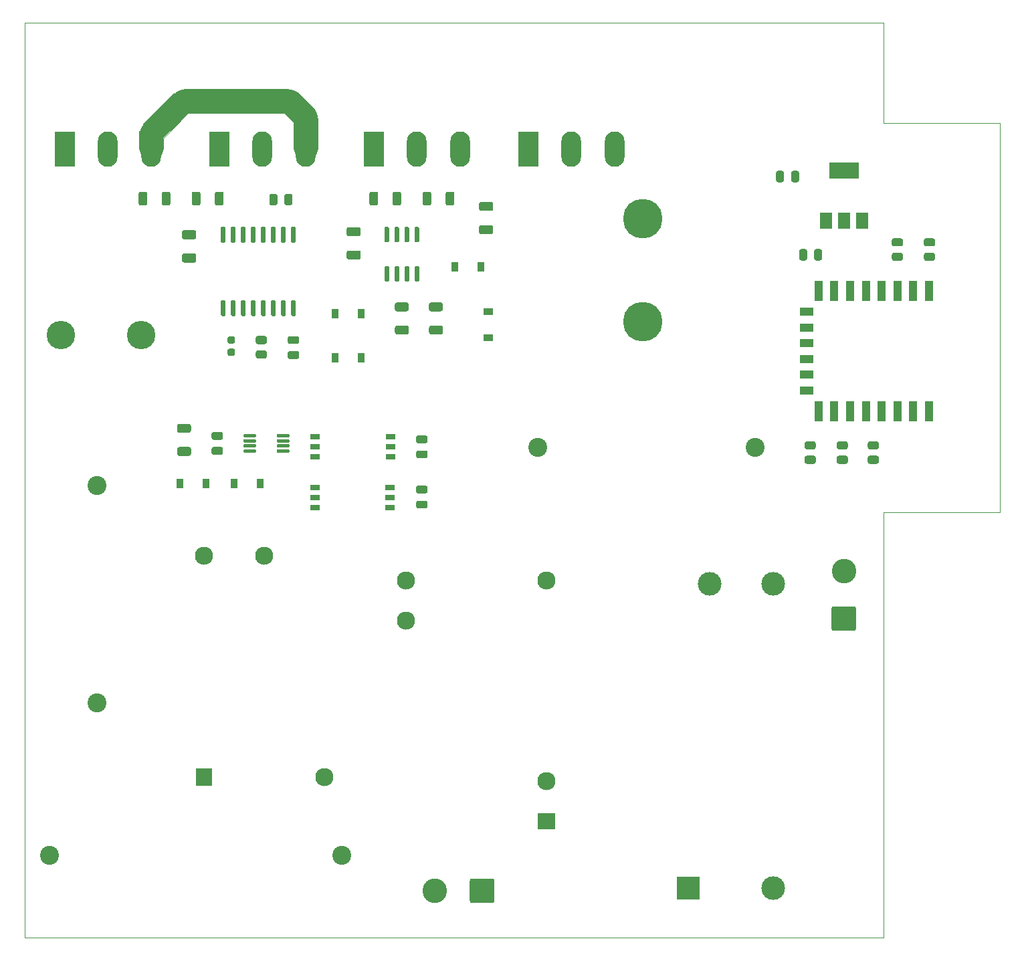
<source format=gbr>
%TF.GenerationSoftware,KiCad,Pcbnew,(5.1.7)-1*%
%TF.CreationDate,2020-12-23T12:42:28-08:00*%
%TF.ProjectId,Sine_Dimmer,53696e65-5f44-4696-9d6d-65722e6b6963,1.0*%
%TF.SameCoordinates,PX544c140PY8fe2f60*%
%TF.FileFunction,Soldermask,Top*%
%TF.FilePolarity,Negative*%
%FSLAX46Y46*%
G04 Gerber Fmt 4.6, Leading zero omitted, Abs format (unit mm)*
G04 Created by KiCad (PCBNEW (5.1.7)-1) date 2020-12-23 12:42:28*
%MOMM*%
%LPD*%
G01*
G04 APERTURE LIST*
%ADD10C,0.100000*%
%ADD11C,3.000000*%
%TA.AperFunction,Profile*%
%ADD12C,0.050000*%
%TD*%
%ADD13R,0.900000X1.200000*%
%ADD14R,1.200000X0.900000*%
%ADD15R,1.500000X2.000000*%
%ADD16R,3.800000X2.000000*%
%ADD17R,1.000000X2.500000*%
%ADD18R,1.800000X1.000000*%
%ADD19R,1.300000X0.800000*%
%ADD20O,2.500000X4.500000*%
%ADD21R,2.500000X4.500000*%
%ADD22C,2.300000*%
%ADD23R,2.300000X2.000000*%
%ADD24R,3.000000X3.000000*%
%ADD25C,3.000000*%
%ADD26R,2.000000X2.300000*%
%ADD27C,5.000000*%
%ADD28C,3.600000*%
%ADD29C,3.100000*%
%ADD30C,2.400000*%
G04 APERTURE END LIST*
D10*
G36*
X37084000Y99822000D02*
G01*
X34036000Y99822000D01*
X34036000Y103251000D01*
X37084000Y103759000D01*
X37084000Y99822000D01*
G37*
X37084000Y99822000D02*
X34036000Y99822000D01*
X34036000Y103251000D01*
X37084000Y103759000D01*
X37084000Y99822000D01*
G36*
X36703000Y104902000D02*
G01*
X34036000Y103251000D01*
X32893000Y104394000D01*
X34544000Y107061000D01*
X36703000Y104902000D01*
G37*
X36703000Y104902000D02*
X34036000Y103251000D01*
X32893000Y104394000D01*
X34544000Y107061000D01*
X36703000Y104902000D01*
G36*
X32893000Y104394000D02*
G01*
X20701000Y104394000D01*
X20193000Y107442000D01*
X33401000Y107442000D01*
X32893000Y104394000D01*
G37*
X32893000Y104394000D02*
X20701000Y104394000D01*
X20193000Y107442000D01*
X33401000Y107442000D01*
X32893000Y104394000D01*
G36*
X20701000Y104394000D02*
G01*
X17526000Y101219000D01*
X14986000Y102997000D01*
X18923000Y106934000D01*
X20701000Y104394000D01*
G37*
X20701000Y104394000D02*
X17526000Y101219000D01*
X14986000Y102997000D01*
X18923000Y106934000D01*
X20701000Y104394000D01*
G36*
X17526000Y101219000D02*
G01*
X17526000Y99822000D01*
X14478000Y99822000D01*
X14478000Y102108000D01*
X17526000Y101219000D01*
G37*
X17526000Y101219000D02*
X17526000Y99822000D01*
X14478000Y99822000D01*
X14478000Y102108000D01*
X17526000Y101219000D01*
D11*
X35560000Y99822000D02*
G75*
G03*
X35560000Y99822000I0J0D01*
G01*
X35560000Y103886000D02*
G75*
G03*
X35560000Y103886000I0J0D01*
G01*
X33528000Y105918000D02*
G75*
G03*
X33528000Y105918000I0J0D01*
G01*
X20066000Y105918000D02*
G75*
G03*
X20066000Y105918000I0J0D01*
G01*
X16002000Y101854000D02*
G75*
G03*
X16002000Y101854000I0J0D01*
G01*
X16002000Y99822000D02*
G75*
G03*
X16002000Y99822000I0J0D01*
G01*
D12*
X0Y0D02*
X0Y115824000D01*
X108712000Y0D02*
X0Y0D01*
X108712000Y53848000D02*
X108712000Y0D01*
X108712000Y115824000D02*
X108712000Y103124000D01*
X0Y115824000D02*
X108712000Y115824000D01*
X123444000Y53848000D02*
X108712000Y53848000D01*
X123444000Y103124000D02*
X123444000Y53848000D01*
X108712000Y103124000D02*
X123444000Y103124000D01*
D13*
%TO.C,D6*%
X39276000Y73406000D03*
X42576000Y73406000D03*
%TD*%
D14*
%TO.C,D5*%
X58674000Y75979000D03*
X58674000Y79279000D03*
%TD*%
D13*
%TO.C,D4*%
X57752000Y84963000D03*
X54452000Y84963000D03*
%TD*%
%TO.C,D3*%
X39276000Y78994000D03*
X42576000Y78994000D03*
%TD*%
D15*
%TO.C,VR1*%
X101459000Y90830000D03*
X106059000Y90830000D03*
X103759000Y90830000D03*
D16*
X103759000Y97130000D03*
%TD*%
D17*
%TO.C,U6*%
X114498000Y66695000D03*
X112498000Y66695000D03*
X110498000Y66695000D03*
X108498000Y66695000D03*
X106498000Y66695000D03*
X104498000Y66695000D03*
X102498000Y66695000D03*
X100498000Y66695000D03*
D18*
X98998000Y69295000D03*
X98998000Y71295000D03*
X98998000Y73295000D03*
X98998000Y75295000D03*
X98998000Y77295000D03*
X98998000Y79295000D03*
D17*
X100498000Y81895000D03*
X102498000Y81895000D03*
X104498000Y81895000D03*
X106498000Y81895000D03*
X108498000Y81895000D03*
X110498000Y81895000D03*
X112498000Y81895000D03*
X114498000Y81895000D03*
%TD*%
%TO.C,U5*%
G36*
G01*
X25296000Y88002000D02*
X24996000Y88002000D01*
G75*
G02*
X24846000Y88152000I0J150000D01*
G01*
X24846000Y89902000D01*
G75*
G02*
X24996000Y90052000I150000J0D01*
G01*
X25296000Y90052000D01*
G75*
G02*
X25446000Y89902000I0J-150000D01*
G01*
X25446000Y88152000D01*
G75*
G02*
X25296000Y88002000I-150000J0D01*
G01*
G37*
G36*
G01*
X26566000Y88002000D02*
X26266000Y88002000D01*
G75*
G02*
X26116000Y88152000I0J150000D01*
G01*
X26116000Y89902000D01*
G75*
G02*
X26266000Y90052000I150000J0D01*
G01*
X26566000Y90052000D01*
G75*
G02*
X26716000Y89902000I0J-150000D01*
G01*
X26716000Y88152000D01*
G75*
G02*
X26566000Y88002000I-150000J0D01*
G01*
G37*
G36*
G01*
X27836000Y88002000D02*
X27536000Y88002000D01*
G75*
G02*
X27386000Y88152000I0J150000D01*
G01*
X27386000Y89902000D01*
G75*
G02*
X27536000Y90052000I150000J0D01*
G01*
X27836000Y90052000D01*
G75*
G02*
X27986000Y89902000I0J-150000D01*
G01*
X27986000Y88152000D01*
G75*
G02*
X27836000Y88002000I-150000J0D01*
G01*
G37*
G36*
G01*
X29106000Y88002000D02*
X28806000Y88002000D01*
G75*
G02*
X28656000Y88152000I0J150000D01*
G01*
X28656000Y89902000D01*
G75*
G02*
X28806000Y90052000I150000J0D01*
G01*
X29106000Y90052000D01*
G75*
G02*
X29256000Y89902000I0J-150000D01*
G01*
X29256000Y88152000D01*
G75*
G02*
X29106000Y88002000I-150000J0D01*
G01*
G37*
G36*
G01*
X30376000Y88002000D02*
X30076000Y88002000D01*
G75*
G02*
X29926000Y88152000I0J150000D01*
G01*
X29926000Y89902000D01*
G75*
G02*
X30076000Y90052000I150000J0D01*
G01*
X30376000Y90052000D01*
G75*
G02*
X30526000Y89902000I0J-150000D01*
G01*
X30526000Y88152000D01*
G75*
G02*
X30376000Y88002000I-150000J0D01*
G01*
G37*
G36*
G01*
X31646000Y88002000D02*
X31346000Y88002000D01*
G75*
G02*
X31196000Y88152000I0J150000D01*
G01*
X31196000Y89902000D01*
G75*
G02*
X31346000Y90052000I150000J0D01*
G01*
X31646000Y90052000D01*
G75*
G02*
X31796000Y89902000I0J-150000D01*
G01*
X31796000Y88152000D01*
G75*
G02*
X31646000Y88002000I-150000J0D01*
G01*
G37*
G36*
G01*
X32916000Y88002000D02*
X32616000Y88002000D01*
G75*
G02*
X32466000Y88152000I0J150000D01*
G01*
X32466000Y89902000D01*
G75*
G02*
X32616000Y90052000I150000J0D01*
G01*
X32916000Y90052000D01*
G75*
G02*
X33066000Y89902000I0J-150000D01*
G01*
X33066000Y88152000D01*
G75*
G02*
X32916000Y88002000I-150000J0D01*
G01*
G37*
G36*
G01*
X34186000Y88002000D02*
X33886000Y88002000D01*
G75*
G02*
X33736000Y88152000I0J150000D01*
G01*
X33736000Y89902000D01*
G75*
G02*
X33886000Y90052000I150000J0D01*
G01*
X34186000Y90052000D01*
G75*
G02*
X34336000Y89902000I0J-150000D01*
G01*
X34336000Y88152000D01*
G75*
G02*
X34186000Y88002000I-150000J0D01*
G01*
G37*
G36*
G01*
X34186000Y78702000D02*
X33886000Y78702000D01*
G75*
G02*
X33736000Y78852000I0J150000D01*
G01*
X33736000Y80602000D01*
G75*
G02*
X33886000Y80752000I150000J0D01*
G01*
X34186000Y80752000D01*
G75*
G02*
X34336000Y80602000I0J-150000D01*
G01*
X34336000Y78852000D01*
G75*
G02*
X34186000Y78702000I-150000J0D01*
G01*
G37*
G36*
G01*
X32916000Y78702000D02*
X32616000Y78702000D01*
G75*
G02*
X32466000Y78852000I0J150000D01*
G01*
X32466000Y80602000D01*
G75*
G02*
X32616000Y80752000I150000J0D01*
G01*
X32916000Y80752000D01*
G75*
G02*
X33066000Y80602000I0J-150000D01*
G01*
X33066000Y78852000D01*
G75*
G02*
X32916000Y78702000I-150000J0D01*
G01*
G37*
G36*
G01*
X31646000Y78702000D02*
X31346000Y78702000D01*
G75*
G02*
X31196000Y78852000I0J150000D01*
G01*
X31196000Y80602000D01*
G75*
G02*
X31346000Y80752000I150000J0D01*
G01*
X31646000Y80752000D01*
G75*
G02*
X31796000Y80602000I0J-150000D01*
G01*
X31796000Y78852000D01*
G75*
G02*
X31646000Y78702000I-150000J0D01*
G01*
G37*
G36*
G01*
X30376000Y78702000D02*
X30076000Y78702000D01*
G75*
G02*
X29926000Y78852000I0J150000D01*
G01*
X29926000Y80602000D01*
G75*
G02*
X30076000Y80752000I150000J0D01*
G01*
X30376000Y80752000D01*
G75*
G02*
X30526000Y80602000I0J-150000D01*
G01*
X30526000Y78852000D01*
G75*
G02*
X30376000Y78702000I-150000J0D01*
G01*
G37*
G36*
G01*
X29106000Y78702000D02*
X28806000Y78702000D01*
G75*
G02*
X28656000Y78852000I0J150000D01*
G01*
X28656000Y80602000D01*
G75*
G02*
X28806000Y80752000I150000J0D01*
G01*
X29106000Y80752000D01*
G75*
G02*
X29256000Y80602000I0J-150000D01*
G01*
X29256000Y78852000D01*
G75*
G02*
X29106000Y78702000I-150000J0D01*
G01*
G37*
G36*
G01*
X27836000Y78702000D02*
X27536000Y78702000D01*
G75*
G02*
X27386000Y78852000I0J150000D01*
G01*
X27386000Y80602000D01*
G75*
G02*
X27536000Y80752000I150000J0D01*
G01*
X27836000Y80752000D01*
G75*
G02*
X27986000Y80602000I0J-150000D01*
G01*
X27986000Y78852000D01*
G75*
G02*
X27836000Y78702000I-150000J0D01*
G01*
G37*
G36*
G01*
X26566000Y78702000D02*
X26266000Y78702000D01*
G75*
G02*
X26116000Y78852000I0J150000D01*
G01*
X26116000Y80602000D01*
G75*
G02*
X26266000Y80752000I150000J0D01*
G01*
X26566000Y80752000D01*
G75*
G02*
X26716000Y80602000I0J-150000D01*
G01*
X26716000Y78852000D01*
G75*
G02*
X26566000Y78702000I-150000J0D01*
G01*
G37*
G36*
G01*
X25296000Y78702000D02*
X24996000Y78702000D01*
G75*
G02*
X24846000Y78852000I0J150000D01*
G01*
X24846000Y80602000D01*
G75*
G02*
X24996000Y80752000I150000J0D01*
G01*
X25296000Y80752000D01*
G75*
G02*
X25446000Y80602000I0J-150000D01*
G01*
X25446000Y78852000D01*
G75*
G02*
X25296000Y78702000I-150000J0D01*
G01*
G37*
%TD*%
%TO.C,U4*%
G36*
G01*
X45997000Y88052000D02*
X45697000Y88052000D01*
G75*
G02*
X45547000Y88202000I0J150000D01*
G01*
X45547000Y89852000D01*
G75*
G02*
X45697000Y90002000I150000J0D01*
G01*
X45997000Y90002000D01*
G75*
G02*
X46147000Y89852000I0J-150000D01*
G01*
X46147000Y88202000D01*
G75*
G02*
X45997000Y88052000I-150000J0D01*
G01*
G37*
G36*
G01*
X47267000Y88052000D02*
X46967000Y88052000D01*
G75*
G02*
X46817000Y88202000I0J150000D01*
G01*
X46817000Y89852000D01*
G75*
G02*
X46967000Y90002000I150000J0D01*
G01*
X47267000Y90002000D01*
G75*
G02*
X47417000Y89852000I0J-150000D01*
G01*
X47417000Y88202000D01*
G75*
G02*
X47267000Y88052000I-150000J0D01*
G01*
G37*
G36*
G01*
X48537000Y88052000D02*
X48237000Y88052000D01*
G75*
G02*
X48087000Y88202000I0J150000D01*
G01*
X48087000Y89852000D01*
G75*
G02*
X48237000Y90002000I150000J0D01*
G01*
X48537000Y90002000D01*
G75*
G02*
X48687000Y89852000I0J-150000D01*
G01*
X48687000Y88202000D01*
G75*
G02*
X48537000Y88052000I-150000J0D01*
G01*
G37*
G36*
G01*
X49807000Y88052000D02*
X49507000Y88052000D01*
G75*
G02*
X49357000Y88202000I0J150000D01*
G01*
X49357000Y89852000D01*
G75*
G02*
X49507000Y90002000I150000J0D01*
G01*
X49807000Y90002000D01*
G75*
G02*
X49957000Y89852000I0J-150000D01*
G01*
X49957000Y88202000D01*
G75*
G02*
X49807000Y88052000I-150000J0D01*
G01*
G37*
G36*
G01*
X49807000Y83102000D02*
X49507000Y83102000D01*
G75*
G02*
X49357000Y83252000I0J150000D01*
G01*
X49357000Y84902000D01*
G75*
G02*
X49507000Y85052000I150000J0D01*
G01*
X49807000Y85052000D01*
G75*
G02*
X49957000Y84902000I0J-150000D01*
G01*
X49957000Y83252000D01*
G75*
G02*
X49807000Y83102000I-150000J0D01*
G01*
G37*
G36*
G01*
X48537000Y83102000D02*
X48237000Y83102000D01*
G75*
G02*
X48087000Y83252000I0J150000D01*
G01*
X48087000Y84902000D01*
G75*
G02*
X48237000Y85052000I150000J0D01*
G01*
X48537000Y85052000D01*
G75*
G02*
X48687000Y84902000I0J-150000D01*
G01*
X48687000Y83252000D01*
G75*
G02*
X48537000Y83102000I-150000J0D01*
G01*
G37*
G36*
G01*
X47267000Y83102000D02*
X46967000Y83102000D01*
G75*
G02*
X46817000Y83252000I0J150000D01*
G01*
X46817000Y84902000D01*
G75*
G02*
X46967000Y85052000I150000J0D01*
G01*
X47267000Y85052000D01*
G75*
G02*
X47417000Y84902000I0J-150000D01*
G01*
X47417000Y83252000D01*
G75*
G02*
X47267000Y83102000I-150000J0D01*
G01*
G37*
G36*
G01*
X45997000Y83102000D02*
X45697000Y83102000D01*
G75*
G02*
X45547000Y83252000I0J150000D01*
G01*
X45547000Y84902000D01*
G75*
G02*
X45697000Y85052000I150000J0D01*
G01*
X45997000Y85052000D01*
G75*
G02*
X46147000Y84902000I0J-150000D01*
G01*
X46147000Y83252000D01*
G75*
G02*
X45997000Y83102000I-150000J0D01*
G01*
G37*
%TD*%
D19*
%TO.C,U3*%
X46279000Y57023000D03*
X46279000Y55753000D03*
X46279000Y54483000D03*
X36779000Y54483000D03*
X36779000Y55753000D03*
X36779000Y57023000D03*
%TD*%
%TO.C,U2*%
X46305000Y63416000D03*
X46305000Y62146000D03*
X46305000Y60876000D03*
X36805000Y60876000D03*
X36805000Y62146000D03*
X36805000Y63416000D03*
%TD*%
%TO.C,U1*%
G36*
G01*
X31907000Y63486000D02*
X31907000Y63686000D01*
G75*
G02*
X32007000Y63786000I100000J0D01*
G01*
X33432000Y63786000D01*
G75*
G02*
X33532000Y63686000I0J-100000D01*
G01*
X33532000Y63486000D01*
G75*
G02*
X33432000Y63386000I-100000J0D01*
G01*
X32007000Y63386000D01*
G75*
G02*
X31907000Y63486000I0J100000D01*
G01*
G37*
G36*
G01*
X31907000Y62836000D02*
X31907000Y63036000D01*
G75*
G02*
X32007000Y63136000I100000J0D01*
G01*
X33432000Y63136000D01*
G75*
G02*
X33532000Y63036000I0J-100000D01*
G01*
X33532000Y62836000D01*
G75*
G02*
X33432000Y62736000I-100000J0D01*
G01*
X32007000Y62736000D01*
G75*
G02*
X31907000Y62836000I0J100000D01*
G01*
G37*
G36*
G01*
X31907000Y62186000D02*
X31907000Y62386000D01*
G75*
G02*
X32007000Y62486000I100000J0D01*
G01*
X33432000Y62486000D01*
G75*
G02*
X33532000Y62386000I0J-100000D01*
G01*
X33532000Y62186000D01*
G75*
G02*
X33432000Y62086000I-100000J0D01*
G01*
X32007000Y62086000D01*
G75*
G02*
X31907000Y62186000I0J100000D01*
G01*
G37*
G36*
G01*
X31907000Y61536000D02*
X31907000Y61736000D01*
G75*
G02*
X32007000Y61836000I100000J0D01*
G01*
X33432000Y61836000D01*
G75*
G02*
X33532000Y61736000I0J-100000D01*
G01*
X33532000Y61536000D01*
G75*
G02*
X33432000Y61436000I-100000J0D01*
G01*
X32007000Y61436000D01*
G75*
G02*
X31907000Y61536000I0J100000D01*
G01*
G37*
G36*
G01*
X27682000Y61536000D02*
X27682000Y61736000D01*
G75*
G02*
X27782000Y61836000I100000J0D01*
G01*
X29207000Y61836000D01*
G75*
G02*
X29307000Y61736000I0J-100000D01*
G01*
X29307000Y61536000D01*
G75*
G02*
X29207000Y61436000I-100000J0D01*
G01*
X27782000Y61436000D01*
G75*
G02*
X27682000Y61536000I0J100000D01*
G01*
G37*
G36*
G01*
X27682000Y62186000D02*
X27682000Y62386000D01*
G75*
G02*
X27782000Y62486000I100000J0D01*
G01*
X29207000Y62486000D01*
G75*
G02*
X29307000Y62386000I0J-100000D01*
G01*
X29307000Y62186000D01*
G75*
G02*
X29207000Y62086000I-100000J0D01*
G01*
X27782000Y62086000D01*
G75*
G02*
X27682000Y62186000I0J100000D01*
G01*
G37*
G36*
G01*
X27682000Y62836000D02*
X27682000Y63036000D01*
G75*
G02*
X27782000Y63136000I100000J0D01*
G01*
X29207000Y63136000D01*
G75*
G02*
X29307000Y63036000I0J-100000D01*
G01*
X29307000Y62836000D01*
G75*
G02*
X29207000Y62736000I-100000J0D01*
G01*
X27782000Y62736000D01*
G75*
G02*
X27682000Y62836000I0J100000D01*
G01*
G37*
G36*
G01*
X27682000Y63486000D02*
X27682000Y63686000D01*
G75*
G02*
X27782000Y63786000I100000J0D01*
G01*
X29207000Y63786000D01*
G75*
G02*
X29307000Y63686000I0J-100000D01*
G01*
X29307000Y63486000D01*
G75*
G02*
X29207000Y63386000I-100000J0D01*
G01*
X27782000Y63386000D01*
G75*
G02*
X27682000Y63486000I0J100000D01*
G01*
G37*
%TD*%
%TO.C,R13*%
G36*
G01*
X99891001Y61844500D02*
X98990999Y61844500D01*
G75*
G02*
X98741000Y62094499I0J249999D01*
G01*
X98741000Y62619501D01*
G75*
G02*
X98990999Y62869500I249999J0D01*
G01*
X99891001Y62869500D01*
G75*
G02*
X100141000Y62619501I0J-249999D01*
G01*
X100141000Y62094499D01*
G75*
G02*
X99891001Y61844500I-249999J0D01*
G01*
G37*
G36*
G01*
X99891001Y60019500D02*
X98990999Y60019500D01*
G75*
G02*
X98741000Y60269499I0J249999D01*
G01*
X98741000Y60794501D01*
G75*
G02*
X98990999Y61044500I249999J0D01*
G01*
X99891001Y61044500D01*
G75*
G02*
X100141000Y60794501I0J-249999D01*
G01*
X100141000Y60269499D01*
G75*
G02*
X99891001Y60019500I-249999J0D01*
G01*
G37*
%TD*%
%TO.C,R12*%
G36*
G01*
X103955001Y61844500D02*
X103054999Y61844500D01*
G75*
G02*
X102805000Y62094499I0J249999D01*
G01*
X102805000Y62619501D01*
G75*
G02*
X103054999Y62869500I249999J0D01*
G01*
X103955001Y62869500D01*
G75*
G02*
X104205000Y62619501I0J-249999D01*
G01*
X104205000Y62094499D01*
G75*
G02*
X103955001Y61844500I-249999J0D01*
G01*
G37*
G36*
G01*
X103955001Y60019500D02*
X103054999Y60019500D01*
G75*
G02*
X102805000Y60269499I0J249999D01*
G01*
X102805000Y60794501D01*
G75*
G02*
X103054999Y61044500I249999J0D01*
G01*
X103955001Y61044500D01*
G75*
G02*
X104205000Y60794501I0J-249999D01*
G01*
X104205000Y60269499D01*
G75*
G02*
X103955001Y60019500I-249999J0D01*
G01*
G37*
%TD*%
%TO.C,R11*%
G36*
G01*
X107892001Y61844500D02*
X106991999Y61844500D01*
G75*
G02*
X106742000Y62094499I0J249999D01*
G01*
X106742000Y62619501D01*
G75*
G02*
X106991999Y62869500I249999J0D01*
G01*
X107892001Y62869500D01*
G75*
G02*
X108142000Y62619501I0J-249999D01*
G01*
X108142000Y62094499D01*
G75*
G02*
X107892001Y61844500I-249999J0D01*
G01*
G37*
G36*
G01*
X107892001Y60019500D02*
X106991999Y60019500D01*
G75*
G02*
X106742000Y60269499I0J249999D01*
G01*
X106742000Y60794501D01*
G75*
G02*
X106991999Y61044500I249999J0D01*
G01*
X107892001Y61044500D01*
G75*
G02*
X108142000Y60794501I0J-249999D01*
G01*
X108142000Y60269499D01*
G75*
G02*
X107892001Y60019500I-249999J0D01*
G01*
G37*
%TD*%
%TO.C,R10*%
G36*
G01*
X110940001Y87545500D02*
X110039999Y87545500D01*
G75*
G02*
X109790000Y87795499I0J249999D01*
G01*
X109790000Y88320501D01*
G75*
G02*
X110039999Y88570500I249999J0D01*
G01*
X110940001Y88570500D01*
G75*
G02*
X111190000Y88320501I0J-249999D01*
G01*
X111190000Y87795499D01*
G75*
G02*
X110940001Y87545500I-249999J0D01*
G01*
G37*
G36*
G01*
X110940001Y85720500D02*
X110039999Y85720500D01*
G75*
G02*
X109790000Y85970499I0J249999D01*
G01*
X109790000Y86495501D01*
G75*
G02*
X110039999Y86745500I249999J0D01*
G01*
X110940001Y86745500D01*
G75*
G02*
X111190000Y86495501I0J-249999D01*
G01*
X111190000Y85970499D01*
G75*
G02*
X110940001Y85720500I-249999J0D01*
G01*
G37*
%TD*%
%TO.C,R9*%
G36*
G01*
X115004001Y87545500D02*
X114103999Y87545500D01*
G75*
G02*
X113854000Y87795499I0J249999D01*
G01*
X113854000Y88320501D01*
G75*
G02*
X114103999Y88570500I249999J0D01*
G01*
X115004001Y88570500D01*
G75*
G02*
X115254000Y88320501I0J-249999D01*
G01*
X115254000Y87795499D01*
G75*
G02*
X115004001Y87545500I-249999J0D01*
G01*
G37*
G36*
G01*
X115004001Y85720500D02*
X114103999Y85720500D01*
G75*
G02*
X113854000Y85970499I0J249999D01*
G01*
X113854000Y86495501D01*
G75*
G02*
X114103999Y86745500I249999J0D01*
G01*
X115004001Y86745500D01*
G75*
G02*
X115254000Y86495501I0J-249999D01*
G01*
X115254000Y85970499D01*
G75*
G02*
X115004001Y85720500I-249999J0D01*
G01*
G37*
%TD*%
%TO.C,R8*%
G36*
G01*
X51489500Y94224001D02*
X51489500Y92973999D01*
G75*
G02*
X51239501Y92724000I-249999J0D01*
G01*
X50614499Y92724000D01*
G75*
G02*
X50364500Y92973999I0J249999D01*
G01*
X50364500Y94224001D01*
G75*
G02*
X50614499Y94474000I249999J0D01*
G01*
X51239501Y94474000D01*
G75*
G02*
X51489500Y94224001I0J-249999D01*
G01*
G37*
G36*
G01*
X54414500Y94224001D02*
X54414500Y92973999D01*
G75*
G02*
X54164501Y92724000I-249999J0D01*
G01*
X53539499Y92724000D01*
G75*
G02*
X53289500Y92973999I0J249999D01*
G01*
X53289500Y94224001D01*
G75*
G02*
X53539499Y94474000I249999J0D01*
G01*
X54164501Y94474000D01*
G75*
G02*
X54414500Y94224001I0J-249999D01*
G01*
G37*
%TD*%
%TO.C,R7*%
G36*
G01*
X46558500Y92973999D02*
X46558500Y94224001D01*
G75*
G02*
X46808499Y94474000I249999J0D01*
G01*
X47433501Y94474000D01*
G75*
G02*
X47683500Y94224001I0J-249999D01*
G01*
X47683500Y92973999D01*
G75*
G02*
X47433501Y92724000I-249999J0D01*
G01*
X46808499Y92724000D01*
G75*
G02*
X46558500Y92973999I0J249999D01*
G01*
G37*
G36*
G01*
X43633500Y92973999D02*
X43633500Y94224001D01*
G75*
G02*
X43883499Y94474000I249999J0D01*
G01*
X44508501Y94474000D01*
G75*
G02*
X44758500Y94224001I0J-249999D01*
G01*
X44758500Y92973999D01*
G75*
G02*
X44508501Y92724000I-249999J0D01*
G01*
X43883499Y92724000D01*
G75*
G02*
X43633500Y92973999I0J249999D01*
G01*
G37*
%TD*%
%TO.C,R6*%
G36*
G01*
X22275500Y94224001D02*
X22275500Y92973999D01*
G75*
G02*
X22025501Y92724000I-249999J0D01*
G01*
X21400499Y92724000D01*
G75*
G02*
X21150500Y92973999I0J249999D01*
G01*
X21150500Y94224001D01*
G75*
G02*
X21400499Y94474000I249999J0D01*
G01*
X22025501Y94474000D01*
G75*
G02*
X22275500Y94224001I0J-249999D01*
G01*
G37*
G36*
G01*
X25200500Y94224001D02*
X25200500Y92973999D01*
G75*
G02*
X24950501Y92724000I-249999J0D01*
G01*
X24325499Y92724000D01*
G75*
G02*
X24075500Y92973999I0J249999D01*
G01*
X24075500Y94224001D01*
G75*
G02*
X24325499Y94474000I249999J0D01*
G01*
X24950501Y94474000D01*
G75*
G02*
X25200500Y94224001I0J-249999D01*
G01*
G37*
%TD*%
%TO.C,R5*%
G36*
G01*
X17344500Y92973999D02*
X17344500Y94224001D01*
G75*
G02*
X17594499Y94474000I249999J0D01*
G01*
X18219501Y94474000D01*
G75*
G02*
X18469500Y94224001I0J-249999D01*
G01*
X18469500Y92973999D01*
G75*
G02*
X18219501Y92724000I-249999J0D01*
G01*
X17594499Y92724000D01*
G75*
G02*
X17344500Y92973999I0J249999D01*
G01*
G37*
G36*
G01*
X14419500Y92973999D02*
X14419500Y94224001D01*
G75*
G02*
X14669499Y94474000I249999J0D01*
G01*
X15294501Y94474000D01*
G75*
G02*
X15544500Y94224001I0J-249999D01*
G01*
X15544500Y92973999D01*
G75*
G02*
X15294501Y92724000I-249999J0D01*
G01*
X14669499Y92724000D01*
G75*
G02*
X14419500Y92973999I0J249999D01*
G01*
G37*
%TD*%
%TO.C,R4*%
G36*
G01*
X51444999Y77520500D02*
X52695001Y77520500D01*
G75*
G02*
X52945000Y77270501I0J-249999D01*
G01*
X52945000Y76645499D01*
G75*
G02*
X52695001Y76395500I-249999J0D01*
G01*
X51444999Y76395500D01*
G75*
G02*
X51195000Y76645499I0J249999D01*
G01*
X51195000Y77270501D01*
G75*
G02*
X51444999Y77520500I249999J0D01*
G01*
G37*
G36*
G01*
X51444999Y80445500D02*
X52695001Y80445500D01*
G75*
G02*
X52945000Y80195501I0J-249999D01*
G01*
X52945000Y79570499D01*
G75*
G02*
X52695001Y79320500I-249999J0D01*
G01*
X51444999Y79320500D01*
G75*
G02*
X51195000Y79570499I0J249999D01*
G01*
X51195000Y80195501D01*
G75*
G02*
X51444999Y80445500I249999J0D01*
G01*
G37*
%TD*%
%TO.C,R3*%
G36*
G01*
X47126999Y77520500D02*
X48377001Y77520500D01*
G75*
G02*
X48627000Y77270501I0J-249999D01*
G01*
X48627000Y76645499D01*
G75*
G02*
X48377001Y76395500I-249999J0D01*
G01*
X47126999Y76395500D01*
G75*
G02*
X46877000Y76645499I0J249999D01*
G01*
X46877000Y77270501D01*
G75*
G02*
X47126999Y77520500I249999J0D01*
G01*
G37*
G36*
G01*
X47126999Y80445500D02*
X48377001Y80445500D01*
G75*
G02*
X48627000Y80195501I0J-249999D01*
G01*
X48627000Y79570499D01*
G75*
G02*
X48377001Y79320500I-249999J0D01*
G01*
X47126999Y79320500D01*
G75*
G02*
X46877000Y79570499I0J249999D01*
G01*
X46877000Y80195501D01*
G75*
G02*
X47126999Y80445500I249999J0D01*
G01*
G37*
%TD*%
%TO.C,R2*%
G36*
G01*
X29521999Y74379500D02*
X30422001Y74379500D01*
G75*
G02*
X30672000Y74129501I0J-249999D01*
G01*
X30672000Y73604499D01*
G75*
G02*
X30422001Y73354500I-249999J0D01*
G01*
X29521999Y73354500D01*
G75*
G02*
X29272000Y73604499I0J249999D01*
G01*
X29272000Y74129501D01*
G75*
G02*
X29521999Y74379500I249999J0D01*
G01*
G37*
G36*
G01*
X29521999Y76204500D02*
X30422001Y76204500D01*
G75*
G02*
X30672000Y75954501I0J-249999D01*
G01*
X30672000Y75429499D01*
G75*
G02*
X30422001Y75179500I-249999J0D01*
G01*
X29521999Y75179500D01*
G75*
G02*
X29272000Y75429499I0J249999D01*
G01*
X29272000Y75954501D01*
G75*
G02*
X29521999Y76204500I249999J0D01*
G01*
G37*
%TD*%
%TO.C,R1*%
G36*
G01*
X20818001Y63953500D02*
X19567999Y63953500D01*
G75*
G02*
X19318000Y64203499I0J249999D01*
G01*
X19318000Y64828501D01*
G75*
G02*
X19567999Y65078500I249999J0D01*
G01*
X20818001Y65078500D01*
G75*
G02*
X21068000Y64828501I0J-249999D01*
G01*
X21068000Y64203499D01*
G75*
G02*
X20818001Y63953500I-249999J0D01*
G01*
G37*
G36*
G01*
X20818001Y61028500D02*
X19567999Y61028500D01*
G75*
G02*
X19318000Y61278499I0J249999D01*
G01*
X19318000Y61903501D01*
G75*
G02*
X19567999Y62153500I249999J0D01*
G01*
X20818001Y62153500D01*
G75*
G02*
X21068000Y61903501I0J-249999D01*
G01*
X21068000Y61278499D01*
G75*
G02*
X20818001Y61028500I-249999J0D01*
G01*
G37*
%TD*%
D20*
%TO.C,Q4*%
X74654000Y99822000D03*
X69204000Y99822000D03*
D21*
X63754000Y99822000D03*
%TD*%
D20*
%TO.C,Q3*%
X55096000Y99822000D03*
X49646000Y99822000D03*
D21*
X44196000Y99822000D03*
%TD*%
D20*
%TO.C,Q2*%
X35538000Y99822000D03*
X30088000Y99822000D03*
D21*
X24638000Y99822000D03*
%TD*%
D20*
%TO.C,Q1*%
X15980000Y99822000D03*
X10530000Y99822000D03*
D21*
X5080000Y99822000D03*
%TD*%
D22*
%TO.C,PS3*%
X48260000Y40132000D03*
X48260000Y45212000D03*
X66040000Y19812000D03*
D23*
X66040000Y14732000D03*
D22*
X66040000Y45212000D03*
%TD*%
D24*
%TO.C,PS2*%
X83991000Y6331000D03*
D25*
X86741000Y44831000D03*
X94741000Y6331000D03*
X94741000Y44831000D03*
%TD*%
D22*
%TO.C,PS1*%
X30333000Y48387000D03*
X37933000Y20387000D03*
D26*
X22733000Y20387000D03*
D22*
X22733000Y48387000D03*
%TD*%
D27*
%TO.C,L2*%
X78232000Y91059000D03*
X78232000Y78059000D03*
%TD*%
D28*
%TO.C,L1*%
X14732000Y76327000D03*
X4572000Y76327000D03*
%TD*%
D29*
%TO.C,J2*%
X103695500Y46418500D03*
G36*
G01*
X104995501Y38868500D02*
X102395499Y38868500D01*
G75*
G02*
X102145500Y39118499I0J249999D01*
G01*
X102145500Y41718501D01*
G75*
G02*
X102395499Y41968500I249999J0D01*
G01*
X104995501Y41968500D01*
G75*
G02*
X105245500Y41718501I0J-249999D01*
G01*
X105245500Y39118499D01*
G75*
G02*
X104995501Y38868500I-249999J0D01*
G01*
G37*
%TD*%
%TO.C,J1*%
X51912000Y5969000D03*
G36*
G01*
X59462000Y7269001D02*
X59462000Y4668999D01*
G75*
G02*
X59212001Y4419000I-249999J0D01*
G01*
X56611999Y4419000D01*
G75*
G02*
X56362000Y4668999I0J249999D01*
G01*
X56362000Y7269001D01*
G75*
G02*
X56611999Y7519000I249999J0D01*
G01*
X59212001Y7519000D01*
G75*
G02*
X59462000Y7269001I0J-249999D01*
G01*
G37*
%TD*%
D30*
%TO.C,F1*%
X40132000Y10414000D03*
X3132000Y10414000D03*
%TD*%
D13*
%TO.C,D2*%
X29844000Y57531000D03*
X26544000Y57531000D03*
%TD*%
%TO.C,D1*%
X19686000Y57531000D03*
X22986000Y57531000D03*
%TD*%
D30*
%TO.C,C13*%
X64956000Y62103000D03*
X92456000Y62103000D03*
%TD*%
%TO.C,C12*%
G36*
G01*
X57769999Y90237000D02*
X59070001Y90237000D01*
G75*
G02*
X59320000Y89987001I0J-249999D01*
G01*
X59320000Y89336999D01*
G75*
G02*
X59070001Y89087000I-249999J0D01*
G01*
X57769999Y89087000D01*
G75*
G02*
X57520000Y89336999I0J249999D01*
G01*
X57520000Y89987001D01*
G75*
G02*
X57769999Y90237000I249999J0D01*
G01*
G37*
G36*
G01*
X57769999Y93187000D02*
X59070001Y93187000D01*
G75*
G02*
X59320000Y92937001I0J-249999D01*
G01*
X59320000Y92286999D01*
G75*
G02*
X59070001Y92037000I-249999J0D01*
G01*
X57769999Y92037000D01*
G75*
G02*
X57520000Y92286999I0J249999D01*
G01*
X57520000Y92937001D01*
G75*
G02*
X57769999Y93187000I249999J0D01*
G01*
G37*
%TD*%
%TO.C,C11*%
G36*
G01*
X99057000Y86962000D02*
X99057000Y86012000D01*
G75*
G02*
X98807000Y85762000I-250000J0D01*
G01*
X98307000Y85762000D01*
G75*
G02*
X98057000Y86012000I0J250000D01*
G01*
X98057000Y86962000D01*
G75*
G02*
X98307000Y87212000I250000J0D01*
G01*
X98807000Y87212000D01*
G75*
G02*
X99057000Y86962000I0J-250000D01*
G01*
G37*
G36*
G01*
X100957000Y86962000D02*
X100957000Y86012000D01*
G75*
G02*
X100707000Y85762000I-250000J0D01*
G01*
X100207000Y85762000D01*
G75*
G02*
X99957000Y86012000I0J250000D01*
G01*
X99957000Y86962000D01*
G75*
G02*
X100207000Y87212000I250000J0D01*
G01*
X100707000Y87212000D01*
G75*
G02*
X100957000Y86962000I0J-250000D01*
G01*
G37*
%TD*%
%TO.C,C10*%
G36*
G01*
X96136000Y96868000D02*
X96136000Y95918000D01*
G75*
G02*
X95886000Y95668000I-250000J0D01*
G01*
X95386000Y95668000D01*
G75*
G02*
X95136000Y95918000I0J250000D01*
G01*
X95136000Y96868000D01*
G75*
G02*
X95386000Y97118000I250000J0D01*
G01*
X95886000Y97118000D01*
G75*
G02*
X96136000Y96868000I0J-250000D01*
G01*
G37*
G36*
G01*
X98036000Y96868000D02*
X98036000Y95918000D01*
G75*
G02*
X97786000Y95668000I-250000J0D01*
G01*
X97286000Y95668000D01*
G75*
G02*
X97036000Y95918000I0J250000D01*
G01*
X97036000Y96868000D01*
G75*
G02*
X97286000Y97118000I250000J0D01*
G01*
X97786000Y97118000D01*
G75*
G02*
X98036000Y96868000I0J-250000D01*
G01*
G37*
%TD*%
%TO.C,C9*%
G36*
G01*
X49817000Y55364000D02*
X50767000Y55364000D01*
G75*
G02*
X51017000Y55114000I0J-250000D01*
G01*
X51017000Y54614000D01*
G75*
G02*
X50767000Y54364000I-250000J0D01*
G01*
X49817000Y54364000D01*
G75*
G02*
X49567000Y54614000I0J250000D01*
G01*
X49567000Y55114000D01*
G75*
G02*
X49817000Y55364000I250000J0D01*
G01*
G37*
G36*
G01*
X49817000Y57264000D02*
X50767000Y57264000D01*
G75*
G02*
X51017000Y57014000I0J-250000D01*
G01*
X51017000Y56514000D01*
G75*
G02*
X50767000Y56264000I-250000J0D01*
G01*
X49817000Y56264000D01*
G75*
G02*
X49567000Y56514000I0J250000D01*
G01*
X49567000Y57014000D01*
G75*
G02*
X49817000Y57264000I250000J0D01*
G01*
G37*
%TD*%
%TO.C,C8*%
G36*
G01*
X50767000Y62619000D02*
X49817000Y62619000D01*
G75*
G02*
X49567000Y62869000I0J250000D01*
G01*
X49567000Y63369000D01*
G75*
G02*
X49817000Y63619000I250000J0D01*
G01*
X50767000Y63619000D01*
G75*
G02*
X51017000Y63369000I0J-250000D01*
G01*
X51017000Y62869000D01*
G75*
G02*
X50767000Y62619000I-250000J0D01*
G01*
G37*
G36*
G01*
X50767000Y60719000D02*
X49817000Y60719000D01*
G75*
G02*
X49567000Y60969000I0J250000D01*
G01*
X49567000Y61469000D01*
G75*
G02*
X49817000Y61719000I250000J0D01*
G01*
X50767000Y61719000D01*
G75*
G02*
X51017000Y61469000I0J-250000D01*
G01*
X51017000Y60969000D01*
G75*
G02*
X50767000Y60719000I-250000J0D01*
G01*
G37*
%TD*%
%TO.C,C7*%
G36*
G01*
X25912000Y74592000D02*
X26412000Y74592000D01*
G75*
G02*
X26637000Y74367000I0J-225000D01*
G01*
X26637000Y73917000D01*
G75*
G02*
X26412000Y73692000I-225000J0D01*
G01*
X25912000Y73692000D01*
G75*
G02*
X25687000Y73917000I0J225000D01*
G01*
X25687000Y74367000D01*
G75*
G02*
X25912000Y74592000I225000J0D01*
G01*
G37*
G36*
G01*
X25912000Y76142000D02*
X26412000Y76142000D01*
G75*
G02*
X26637000Y75917000I0J-225000D01*
G01*
X26637000Y75467000D01*
G75*
G02*
X26412000Y75242000I-225000J0D01*
G01*
X25912000Y75242000D01*
G75*
G02*
X25687000Y75467000I0J225000D01*
G01*
X25687000Y75917000D01*
G75*
G02*
X25912000Y76142000I225000J0D01*
G01*
G37*
%TD*%
%TO.C,C6*%
G36*
G01*
X31996000Y93947000D02*
X31996000Y92997000D01*
G75*
G02*
X31746000Y92747000I-250000J0D01*
G01*
X31246000Y92747000D01*
G75*
G02*
X30996000Y92997000I0J250000D01*
G01*
X30996000Y93947000D01*
G75*
G02*
X31246000Y94197000I250000J0D01*
G01*
X31746000Y94197000D01*
G75*
G02*
X31996000Y93947000I0J-250000D01*
G01*
G37*
G36*
G01*
X33896000Y93947000D02*
X33896000Y92997000D01*
G75*
G02*
X33646000Y92747000I-250000J0D01*
G01*
X33146000Y92747000D01*
G75*
G02*
X32896000Y92997000I0J250000D01*
G01*
X32896000Y93947000D01*
G75*
G02*
X33146000Y94197000I250000J0D01*
G01*
X33646000Y94197000D01*
G75*
G02*
X33896000Y93947000I0J-250000D01*
G01*
G37*
%TD*%
%TO.C,C5*%
G36*
G01*
X34511000Y75192000D02*
X33561000Y75192000D01*
G75*
G02*
X33311000Y75442000I0J250000D01*
G01*
X33311000Y75942000D01*
G75*
G02*
X33561000Y76192000I250000J0D01*
G01*
X34511000Y76192000D01*
G75*
G02*
X34761000Y75942000I0J-250000D01*
G01*
X34761000Y75442000D01*
G75*
G02*
X34511000Y75192000I-250000J0D01*
G01*
G37*
G36*
G01*
X34511000Y73292000D02*
X33561000Y73292000D01*
G75*
G02*
X33311000Y73542000I0J250000D01*
G01*
X33311000Y74042000D01*
G75*
G02*
X33561000Y74292000I250000J0D01*
G01*
X34511000Y74292000D01*
G75*
G02*
X34761000Y74042000I0J-250000D01*
G01*
X34761000Y73542000D01*
G75*
G02*
X34511000Y73292000I-250000J0D01*
G01*
G37*
%TD*%
%TO.C,C4*%
G36*
G01*
X42306001Y88833000D02*
X41005999Y88833000D01*
G75*
G02*
X40756000Y89082999I0J249999D01*
G01*
X40756000Y89733001D01*
G75*
G02*
X41005999Y89983000I249999J0D01*
G01*
X42306001Y89983000D01*
G75*
G02*
X42556000Y89733001I0J-249999D01*
G01*
X42556000Y89082999D01*
G75*
G02*
X42306001Y88833000I-249999J0D01*
G01*
G37*
G36*
G01*
X42306001Y85883000D02*
X41005999Y85883000D01*
G75*
G02*
X40756000Y86132999I0J249999D01*
G01*
X40756000Y86783001D01*
G75*
G02*
X41005999Y87033000I249999J0D01*
G01*
X42306001Y87033000D01*
G75*
G02*
X42556000Y86783001I0J-249999D01*
G01*
X42556000Y86132999D01*
G75*
G02*
X42306001Y85883000I-249999J0D01*
G01*
G37*
%TD*%
%TO.C,C3*%
G36*
G01*
X21478001Y88452000D02*
X20177999Y88452000D01*
G75*
G02*
X19928000Y88701999I0J249999D01*
G01*
X19928000Y89352001D01*
G75*
G02*
X20177999Y89602000I249999J0D01*
G01*
X21478001Y89602000D01*
G75*
G02*
X21728000Y89352001I0J-249999D01*
G01*
X21728000Y88701999D01*
G75*
G02*
X21478001Y88452000I-249999J0D01*
G01*
G37*
G36*
G01*
X21478001Y85502000D02*
X20177999Y85502000D01*
G75*
G02*
X19928000Y85751999I0J249999D01*
G01*
X19928000Y86402001D01*
G75*
G02*
X20177999Y86652000I249999J0D01*
G01*
X21478001Y86652000D01*
G75*
G02*
X21728000Y86402001I0J-249999D01*
G01*
X21728000Y85751999D01*
G75*
G02*
X21478001Y85502000I-249999J0D01*
G01*
G37*
%TD*%
%TO.C,C2*%
X9144000Y29777000D03*
X9144000Y57277000D03*
%TD*%
%TO.C,C1*%
G36*
G01*
X24859000Y63061000D02*
X23909000Y63061000D01*
G75*
G02*
X23659000Y63311000I0J250000D01*
G01*
X23659000Y63811000D01*
G75*
G02*
X23909000Y64061000I250000J0D01*
G01*
X24859000Y64061000D01*
G75*
G02*
X25109000Y63811000I0J-250000D01*
G01*
X25109000Y63311000D01*
G75*
G02*
X24859000Y63061000I-250000J0D01*
G01*
G37*
G36*
G01*
X24859000Y61161000D02*
X23909000Y61161000D01*
G75*
G02*
X23659000Y61411000I0J250000D01*
G01*
X23659000Y61911000D01*
G75*
G02*
X23909000Y62161000I250000J0D01*
G01*
X24859000Y62161000D01*
G75*
G02*
X25109000Y61911000I0J-250000D01*
G01*
X25109000Y61411000D01*
G75*
G02*
X24859000Y61161000I-250000J0D01*
G01*
G37*
%TD*%
M02*

</source>
